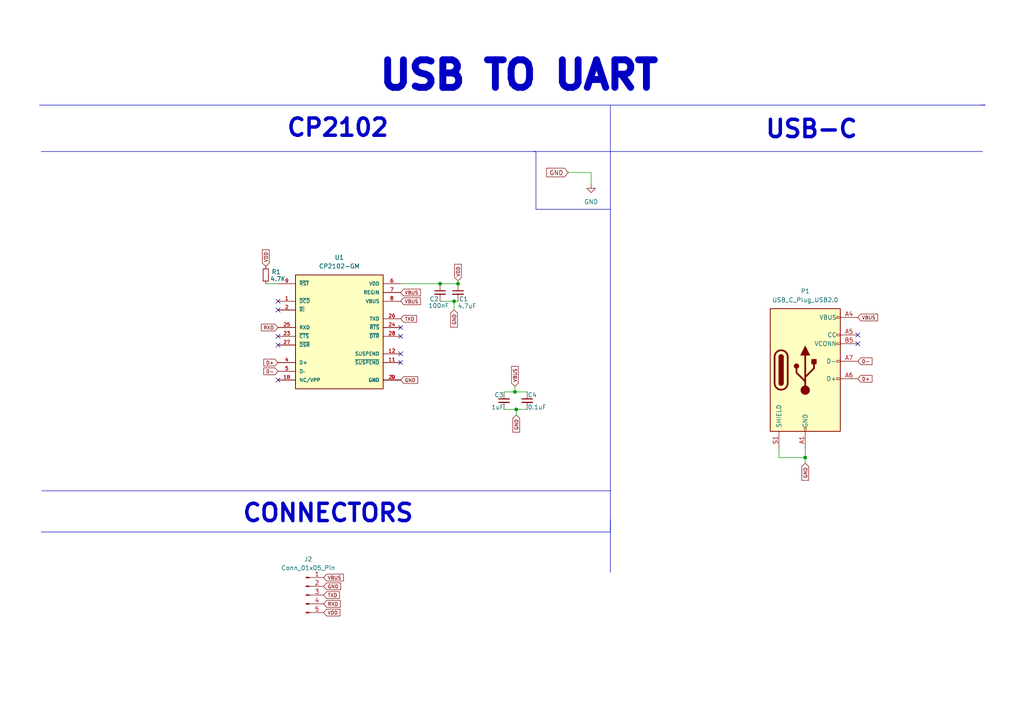
<source format=kicad_sch>
(kicad_sch (version 20230121) (generator eeschema)
  (paper "A4")
  (lib_symbols
    (symbol "CP2102-GM:CP2102-GM" (pin_names (offset 1.016))
      (property "Reference" "U" (at -12.9441 18.3587 0))
      (property "Value" "CP2102-GM" (at -13.1348 -17.3312 0))
      (symbol "CP2102-GM_0_0"
        (rectangle (start -12.7 17.78) (end 12.7 -15.24) (stroke (width 0.254)) (fill (type background)))
        (pin input line (at -17.78 10.16 0) (length 5.08) (name "~{DCD}") (number "1"))
        (pin output line (at 17.78 -7.62 180) (length 5.08) (name "~{SUSPEND}") (number "11"))
        (pin output line (at 17.78 -5.08 180) (length 5.08) (name "SUSPEND") (number "12"))
        (pin bidirectional line (at -17.78 -12.7 0) (length 5.08) (name "NC/VPP") (number "18"))
        (pin input line (at -17.78 7.62 0) (length 5.08) (name "~{RI}") (number "2"))
        (pin input line (at -17.78 0 0) (length 5.08) (name "~{CTS}") (number "23"))
        (pin output line (at 17.78 2.54 180) (length 5.08) (name "~{RTS}") (number "24"))
        (pin input line (at -17.78 2.54 0) (length 5.08) (name "RXD") (number "25"))
        (pin output line (at 17.78 5.08 180) (length 5.08) (name "TXD") (number "26"))
        (pin input line (at -17.78 -2.54 0) (length 5.08) (name "~{DSR}") (number "27"))
        (pin output line (at 17.78 0 180) (length 5.08) (name "~{DTR}") (number "28"))
        (pin power_in line (at 17.78 -12.7 180) (length 5.08) (name "GND") (number "29"))
        (pin power_in line (at 17.78 -12.7 180) (length 5.08) (name "GND") (number "3"))
        (pin bidirectional line (at -17.78 -7.62 0) (length 5.08) (name "D+") (number "4"))
        (pin bidirectional line (at -17.78 -10.16 0) (length 5.08) (name "D–") (number "5"))
        (pin power_in line (at 17.78 15.24 180) (length 5.08) (name "VDD") (number "6"))
        (pin power_in line (at 17.78 12.7 180) (length 5.08) (name "REGIN") (number "7"))
        (pin power_in line (at 17.78 10.16 180) (length 5.08) (name "VBUS") (number "8"))
        (pin bidirectional line (at -17.78 15.24 0) (length 5.08) (name "~{RST}") (number "9"))
      )
    )
    (symbol "Connector:Conn_01x05_Pin" (pin_names (offset 1.016) hide)
      (property "Reference" "J" (at 0 7.62 0))
      (property "Value" "Conn_01x05_Pin" (at 0 -7.62 0))
      (symbol "Conn_01x05_Pin_1_1"
        (polyline (pts (xy 1.27 -5.08) (xy 0.8636 -5.08)) (stroke (width 0.1524)))
        (polyline (pts (xy 1.27 -2.54) (xy 0.8636 -2.54)) (stroke (width 0.1524)))
        (polyline (pts (xy 1.27 0) (xy 0.8636 0)) (stroke (width 0.1524)))
        (polyline (pts (xy 1.27 2.54) (xy 0.8636 2.54)) (stroke (width 0.1524)))
        (polyline (pts (xy 1.27 5.08) (xy 0.8636 5.08)) (stroke (width 0.1524)))
        (rectangle (start 0.8636 -4.953) (end 0 -5.207) (stroke (width 0.1524)) (fill (type outline)))
        (rectangle (start 0.8636 -2.413) (end 0 -2.667) (stroke (width 0.1524)) (fill (type outline)))
        (rectangle (start 0.8636 0.127) (end 0 -0.127) (stroke (width 0.1524)) (fill (type outline)))
        (rectangle (start 0.8636 2.667) (end 0 2.413) (stroke (width 0.1524)) (fill (type outline)))
        (rectangle (start 0.8636 5.207) (end 0 4.953) (stroke (width 0.1524)) (fill (type outline)))
        (pin passive line (at 5.08 5.08 180) (length 3.81) (name "Pin_1") (number "1"))
        (pin passive line (at 5.08 2.54 180) (length 3.81) (name "Pin_2") (number "2"))
        (pin passive line (at 5.08 0 180) (length 3.81) (name "Pin_3") (number "3"))
        (pin passive line (at 5.08 -2.54 180) (length 3.81) (name "Pin_4") (number "4"))
        (pin passive line (at 5.08 -5.08 180) (length 3.81) (name "Pin_5") (number "5"))
      )
    )
    (symbol "Connector:USB_C_Plug_USB2.0" (pin_names (offset 1.016))
      (property "Reference" "P" (at -10.16 19.05 0))
      (property "Value" "USB_C_Plug_USB2.0" (at 12.7 19.05 0))
      (symbol "USB_C_Plug_USB2.0_0_0"
        (rectangle (start -0.254 -17.78) (end 0.254 -16.764))
        (rectangle (start 10.16 -2.286) (end 9.144 -2.794))
        (rectangle (start 10.16 2.794) (end 9.144 2.286))
        (rectangle (start 10.16 7.874) (end 9.144 7.366))
        (rectangle (start 10.16 10.414) (end 9.144 9.906))
        (rectangle (start 10.16 15.494) (end 9.144 14.986))
      )
      (symbol "USB_C_Plug_USB2.0_0_1"
        (rectangle (start -10.16 17.78) (end 10.16 -17.78) (stroke (width 0.254)) (fill (type background)))
        (arc (start -8.89 -3.81) (mid -6.985 -5.7067) (end -5.08 -3.81) (stroke (width 0.508)))
        (arc (start -7.62 -3.81) (mid -6.985 -4.4423) (end -6.35 -3.81) (stroke (width 0.254)))
        (arc (start -7.62 -3.81) (mid -6.985 -4.4423) (end -6.35 -3.81) (stroke (width 0.254)) (fill (type outline)))
        (rectangle (start -7.62 -3.81) (end -6.35 3.81) (stroke (width 0.254)) (fill (type outline)))
        (arc (start -6.35 3.81) (mid -6.985 4.4423) (end -7.62 3.81) (stroke (width 0.254)))
        (arc (start -6.35 3.81) (mid -6.985 4.4423) (end -7.62 3.81) (stroke (width 0.254)) (fill (type outline)))
        (arc (start -5.08 3.81) (mid -6.985 5.7067) (end -8.89 3.81) (stroke (width 0.508)))
        (circle (center -2.54 1.143) (radius 0.635) (stroke (width 0.254)) (fill (type outline)))
        (circle (center 0 -5.842) (radius 1.27) (fill (type outline)))
        (polyline (pts (xy -8.89 -3.81) (xy -8.89 3.81)) (stroke (width 0.508)))
        (polyline (pts (xy -5.08 3.81) (xy -5.08 -3.81)) (stroke (width 0.508)))
        (polyline (pts (xy 0 -5.842) (xy 0 4.318)) (stroke (width 0.508)))
        (polyline (pts (xy 0 -3.302) (xy -2.54 -0.762) (xy -2.54 0.508)) (stroke (width 0.508)))
        (polyline (pts (xy 0 -2.032) (xy 2.54 0.508) (xy 2.54 1.778)) (stroke (width 0.508)))
        (polyline (pts (xy -1.27 4.318) (xy 0 6.858) (xy 1.27 4.318) (xy -1.27 4.318)) (stroke (width 0.254)) (fill (type outline)))
        (rectangle (start 1.905 1.778) (end 3.175 3.048) (stroke (width 0.254)) (fill (type outline)))
      )
      (symbol "USB_C_Plug_USB2.0_1_1"
        (pin passive line (at 0 -22.86 90) (length 5.08) (name "GND") (number "A1"))
        (pin passive line (at 0 -22.86 90) (length 5.08) hide (name "GND") (number "A12"))
        (pin passive line (at 15.24 15.24 180) (length 5.08) (name "VBUS") (number "A4"))
        (pin bidirectional line (at 15.24 10.16 180) (length 5.08) (name "CC") (number "A5"))
        (pin bidirectional line (at 15.24 -2.54 180) (length 5.08) (name "D+") (number "A6"))
        (pin bidirectional line (at 15.24 2.54 180) (length 5.08) (name "D-") (number "A7"))
        (pin passive line (at 15.24 15.24 180) (length 5.08) hide (name "VBUS") (number "A9"))
        (pin passive line (at 0 -22.86 90) (length 5.08) hide (name "GND") (number "B1"))
        (pin passive line (at 0 -22.86 90) (length 5.08) hide (name "GND") (number "B12"))
        (pin passive line (at 15.24 15.24 180) (length 5.08) hide (name "VBUS") (number "B4"))
        (pin bidirectional line (at 15.24 7.62 180) (length 5.08) (name "VCONN") (number "B5"))
        (pin passive line (at 15.24 15.24 180) (length 5.08) hide (name "VBUS") (number "B9"))
        (pin passive line (at -7.62 -22.86 90) (length 5.08) (name "SHIELD") (number "S1"))
      )
    )
    (symbol "Device:C_Small" (pin_numbers hide) (pin_names (offset 0.254) hide)
      (property "Reference" "C" (at 0.254 1.778 0))
      (property "Value" "C_Small" (at 0.254 -2.032 0))
      (symbol "C_Small_0_1"
        (polyline (pts (xy -1.524 -0.508) (xy 1.524 -0.508)) (stroke (width 0.3302)))
        (polyline (pts (xy -1.524 0.508) (xy 1.524 0.508)) (stroke (width 0.3048)))
      )
      (symbol "C_Small_1_1"
        (pin passive line (at 0 2.54 270) (length 2.032) (name "~") (number "1"))
        (pin passive line (at 0 -2.54 90) (length 2.032) (name "~") (number "2"))
      )
    )
    (symbol "Device:R_Small" (pin_numbers hide) (pin_names (offset 0.254) hide)
      (property "Reference" "R" (at 0.762 0.508 0))
      (property "Value" "R_Small" (at 0.762 -1.016 0))
      (symbol "R_Small_0_1"
        (rectangle (start -0.762 1.778) (end 0.762 -1.778) (stroke (width 0.2032)))
      )
      (symbol "R_Small_1_1"
        (pin passive line (at 0 2.54 270) (length 0.762) (name "~") (number "1"))
        (pin passive line (at 0 -2.54 90) (length 0.762) (name "~") (number "2"))
      )
    )
    (symbol "power:GND" (power) (pin_names (offset 0))
      (property "Value" "GND" (at 0 -3.81 0))
      (symbol "GND_0_1"
        (polyline (pts (xy 0 0) (xy 0 -1.27) (xy 1.27 -1.27) (xy 0 -2.54) (xy -1.27 -1.27) (xy 0 -1.27)))
      )
      (symbol "GND_1_1"
        (pin power_in line (at 0 0 270) (length 0) hide (name "GND") (number "1"))
      )
    )
  )
  (junction (at 149.733 118.745))
  (junction (at 127.635 82.296))
  (junction (at 233.553 132.715))
  (junction (at 131.699 87.376))
  (junction (at 149.352 113.665))
  (junction (at 132.842 82.296))
  (no_connect (at 116.205 97.536))
  (no_connect (at 80.645 89.916))
  (no_connect (at 80.645 87.376))
  (no_connect (at 116.205 102.616))
  (no_connect (at 80.645 110.236))
  (no_connect (at 248.793 99.695))
  (no_connect (at 80.645 100.076))
  (no_connect (at 116.205 94.996))
  (no_connect (at 116.205 105.156))
  (no_connect (at 80.645 97.536))
  (no_connect (at 248.793 97.155))
  (wire (pts (xy 131.699 87.376) (xy 131.699 89.916)))
  (polyline (pts (xy 11.43 30.48) (xy 285.75 30.48)))
  (polyline (pts (xy 284.48 30.48) (xy 285.75 30.48)))
  (wire (pts (xy 149.733 120.396) (xy 149.733 118.745)))
  (polyline (pts (xy 155.448 43.942) (xy 155.448 60.706)))
  (wire (pts (xy 131.699 87.376) (xy 127.635 87.376)))
  (wire (pts (xy 132.842 81.407) (xy 132.842 82.296)))
  (polyline (pts (xy 155.448 60.706) (xy 177.038 60.706)))
  (wire (pts (xy 233.553 132.715) (xy 233.553 130.175)))
  (wire (pts (xy 225.933 132.715) (xy 233.553 132.715)))
  (polyline (pts (xy 11.938 43.942) (xy 284.988 43.942)))
  (polyline (pts (xy 154.813 43.942) (xy 155.448 43.942)))
  (wire (pts (xy 132.842 82.296) (xy 127.635 82.296)))
  (wire (pts (xy 127.635 82.296) (xy 116.205 82.296)))
  (polyline (pts (xy 11.938 154.305) (xy 177.038 154.305)))
  (wire (pts (xy 171.45 50.038) (xy 171.45 53.34)))
  (wire (pts (xy 149.733 118.745) (xy 146.177 118.745)))
  (wire (pts (xy 132.842 87.376) (xy 131.699 87.376)))
  (polyline (pts (xy 12.065 142.367) (xy 177.038 142.367)))
  (wire (pts (xy 164.719 50.038) (xy 171.45 50.038)))
  (polyline (pts (xy 177.038 142.367) (xy 177.038 142.24)))
  (wire (pts (xy 225.933 130.175) (xy 225.933 132.715)))
  (wire (pts (xy 152.908 113.665) (xy 149.352 113.665)))
  (polyline (pts (xy 177.038 150.622) (xy 177.038 154.305)))
  (wire (pts (xy 233.553 134.366) (xy 233.553 132.715)))
  (wire (pts (xy 77.089 82.296) (xy 80.645 82.296)))
  (wire (pts (xy 149.352 113.665) (xy 146.177 113.665)))
  (polyline (pts (xy 177.038 30.48) (xy 177.038 165.989)))
  (wire (pts (xy 149.352 112.014) (xy 149.352 113.665)))
  (wire (pts (xy 152.908 118.745) (xy 149.733 118.745)))
  (text "CP2102" (at 82.804 40.132 0) (effects (font (size 5 5) (thickness 1) bold) (justify left bottom)))
  (text "CONNECTORS\n" (at 69.977 151.892 0) (effects (font (size 5 5) (thickness 1) bold) (justify left bottom)))
  (text "USB TO UART" (at 109.22 26.67 0) (effects (font (size 8 8) (thickness 2) bold) (justify left bottom)))
  (text "USB-C\n" (at 221.615 40.513 0) (effects (font (size 5 5) (thickness 1) bold) (justify left bottom)))
  (global_label "VDD" (shape input) (at 93.853 177.673 0) (effects (font (size 1 1))) (property "Intersheetrefs" "${INTERSHEET_REFS}" (effects hide)))
  (global_label "TXD" (shape input) (at 93.853 172.593 0) (effects (font (size 1 1))) (property "Intersheetrefs" "${INTERSHEET_REFS}" (effects hide)))
  (global_label "GND" (shape input) (at 149.733 120.396 270) (effects (font (size 1 1))) (property "Intersheetrefs" "${INTERSHEET_REFS}" (effects hide)))
  (global_label "VBUS" (shape input) (at 149.352 112.014 90) (effects (font (size 1 1))) (property "Intersheetrefs" "${INTERSHEET_REFS}" (effects hide)))
  (global_label "GND" (shape input) (at 164.846 50.038 180) (property "Intersheetrefs" "${INTERSHEET_REFS}" (effects hide)))
  (global_label "D+" (shape input) (at 80.645 105.156 180) (effects (font (size 1 1))) (property "Intersheetrefs" "${INTERSHEET_REFS}" (effects hide)))
  (global_label "GND" (shape input) (at 93.853 170.053 0) (effects (font (size 1 1))) (property "Intersheetrefs" "${INTERSHEET_REFS}" (effects hide)))
  (global_label "D-" (shape input) (at 248.793 104.775 0) (effects (font (size 1 1))) (property "Intersheetrefs" "${INTERSHEET_REFS}" (effects hide)))
  (global_label "VBUS" (shape input) (at 248.793 92.075 0) (effects (font (size 1 1))) (property "Intersheetrefs" "${INTERSHEET_REFS}" (effects hide)))
  (global_label "RXD" (shape input) (at 80.645 94.996 180) (effects (font (size 1 1))) (property "Intersheetrefs" "${INTERSHEET_REFS}" (effects hide)))
  (global_label "GND" (shape input) (at 131.699 89.916 270) (effects (font (size 1 1))) (property "Intersheetrefs" "${INTERSHEET_REFS}" (effects hide)))
  (global_label "VDD" (shape input) (at 132.842 81.407 90) (effects (font (size 1 1))) (property "Intersheetrefs" "${INTERSHEET_REFS}" (effects hide)))
  (global_label "GND" (shape input) (at 233.553 134.366 270) (effects (font (size 1 1))) (property "Intersheetrefs" "${INTERSHEET_REFS}" (effects hide)))
  (global_label "GND" (shape input) (at 116.205 110.236 0) (effects (font (size 1 1))) (property "Intersheetrefs" "${INTERSHEET_REFS}" (effects hide)))
  (global_label "D+" (shape input) (at 248.793 109.855 0) (effects (font (size 1 1))) (property "Intersheetrefs" "${INTERSHEET_REFS}" (effects hide)))
  (global_label "VBUS" (shape input) (at 116.205 87.376 0) (effects (font (size 1 1))) (property "Intersheetrefs" "${INTERSHEET_REFS}" (effects hide)))
  (global_label "TXD" (shape input) (at 116.205 92.456 0) (effects (font (size 1 1))) (property "Intersheetrefs" "${INTERSHEET_REFS}" (effects hide)))
  (global_label "RXD" (shape input) (at 93.853 175.133 0) (effects (font (size 1 1))) (property "Intersheetrefs" "${INTERSHEET_REFS}" (effects hide)))
  (global_label "D-" (shape input) (at 80.645 107.696 180) (effects (font (size 1 1))) (property "Intersheetrefs" "${INTERSHEET_REFS}" (effects hide)))
  (global_label "VDD" (shape input) (at 77.089 77.216 90) (effects (font (size 1 1))) (property "Intersheetrefs" "${INTERSHEET_REFS}" (effects hide)))
  (global_label "VBUS" (shape input) (at 93.853 167.513 0) (effects (font (size 1 1))) (property "Intersheetrefs" "${INTERSHEET_REFS}" (effects hide)))
  (global_label "VBUS" (shape input) (at 116.205 84.836 0) (effects (font (size 1 1))) (property "Intersheetrefs" "${INTERSHEET_REFS}" (effects hide)))
  (symbol (lib_id "CP2102-GM:CP2102-GM") (at 98.425 97.536 0) (unit 1)
    (property "Reference" "U1" (at 98.425 74.676 0))
    (property "Value" "CP2102-GM" (at 98.425 77.216 0))
    (property "Footprint" "CP2102-GM:QFN50P500X500X100-29N" (effects hide))
    (property "MF" "Silicon Labs" (effects hide))
    (property "SNAPEDA_PACKAGE_ID" "11371" (effects hide))
    (property "PACKAGE" "QFN-28 Silicon Labs" (effects hide))
    (property "PRICE" "3.43 USD" (effects hide))
    (property "Package" "QFN-28 Silicon Labs" (effects hide))
    (property "Check_prices" "https://www.snapeda.com/parts/CP2102-GM/Silicon+Labs/view-part/?ref=eda" (effects hide))
    (property "Availability" "In Stock" (effects hide))
    (property "STANDARD" "IPC-7351B" (effects hide))
    (property "PARTREV" "1.8" (effects hide))
    (property "SnapEDA_Link" "https://www.snapeda.com/parts/CP2102-GM/Silicon+Labs/view-part/?ref=snap" (effects hide))
    (property "MP" "CP2102-GM" (effects hide))
    (property "Purchase-URL" "https://www.snapeda.com/api/url_track_click_mouser/?unipart_id=135876&manufacturer=Silicon Labs&part_name=CP2102-GM&search_term=None" (effects hide))
    (property "Price" "None" (effects hide))
    (property "Description" "\nUSB Bridge, USB to UART USB 2.0 UART Interface 28-QFN (5x5)\n" (effects hide))
    (property "MANUFACTURER" "Silicon Labs" (effects hide))
    (property "AVAILABILITY" "Good" (effects hide))
    (property "DESCRIPTION" "IC USB-TO-UART BRIDGE 28VQFN" (effects hide))
  )
  (symbol (lib_id "Device:C_Small") (at 152.908 116.205 0) (unit 1)
    (property "Reference" "C4" (at 153.035 114.554 0) (effects (justify left)))
    (property "Value" "0.1uF" (at 153.035 118.11 0) (effects (justify left)))
    (property "Footprint" "Capacitor_SMD:C_0603_1608Metric" (effects hide))
  )
  (symbol (lib_id "Device:R_Small") (at 77.089 79.756 0) (unit 1)
    (property "Reference" "R1" (at 78.74 78.867 0) (effects (justify left)))
    (property "Value" "4.7K" (at 78.359 80.899 0) (effects (justify left)))
    (property "Footprint" "Resistor_SMD:R_0603_1608Metric" (effects hide))
  )
  (symbol (lib_id "Device:C_Small") (at 132.842 84.836 0) (unit 1)
    (property "Reference" "C1" (at 133.096 86.741 0) (effects (justify left)))
    (property "Value" "4.7uF" (at 132.715 88.773 0) (effects (justify left)))
    (property "Footprint" "Capacitor_SMD:C_0603_1608Metric" (effects hide))
  )
  (symbol (lib_id "power:GND") (at 171.45 53.34 0) (unit 1)
    (property "Reference" "#PWR01" (effects hide))
    (property "Value" "GND" (at 171.45 58.547 0))
  )
  (symbol (lib_id "Connector:USB_C_Plug_USB2.0") (at 233.553 107.315 0) (unit 1)
    (property "Reference" "P1" (at 233.553 84.455 0))
    (property "Value" "USB_C_Plug_USB2.0" (at 233.553 86.995 0))
    (property "Footprint" "Connector_USB:USB_C_Receptacle_HRO_TYPE-C-31-M-12" (effects hide))
    (property "Datasheet" "https://www.usb.org/sites/default/files/documents/usb_type-c.zip" (effects hide))
  )
  (symbol (lib_id "Device:C_Small") (at 127.635 84.836 0) (unit 1)
    (property "Reference" "C2" (at 124.587 86.741 0) (effects (justify left)))
    (property "Value" "100nF" (at 124.206 88.646 0) (effects (justify left)))
    (property "Footprint" "Capacitor_SMD:C_0603_1608Metric" (effects hide))
  )
  (symbol (lib_id "Device:C_Small") (at 146.177 116.205 0) (unit 1)
    (property "Reference" "C3" (at 143.383 114.554 0) (effects (justify left)))
    (property "Value" "1uF" (at 142.494 118.11 0) (effects (justify left)))
    (property "Footprint" "Capacitor_SMD:C_0603_1608Metric" (effects hide))
  )
  (symbol (lib_id "Connector:Conn_01x05_Pin") (at 88.773 172.593 0) (unit 1)
    (property "Reference" "J2" (at 89.408 162.179 0))
    (property "Value" "Conn_01x05_Pin" (at 89.408 164.719 0))
    (property "Footprint" "Connector_PinHeader_2.54mm:PinHeader_1x05_P2.54mm_Vertical" (effects hide))
  )
)
</source>
